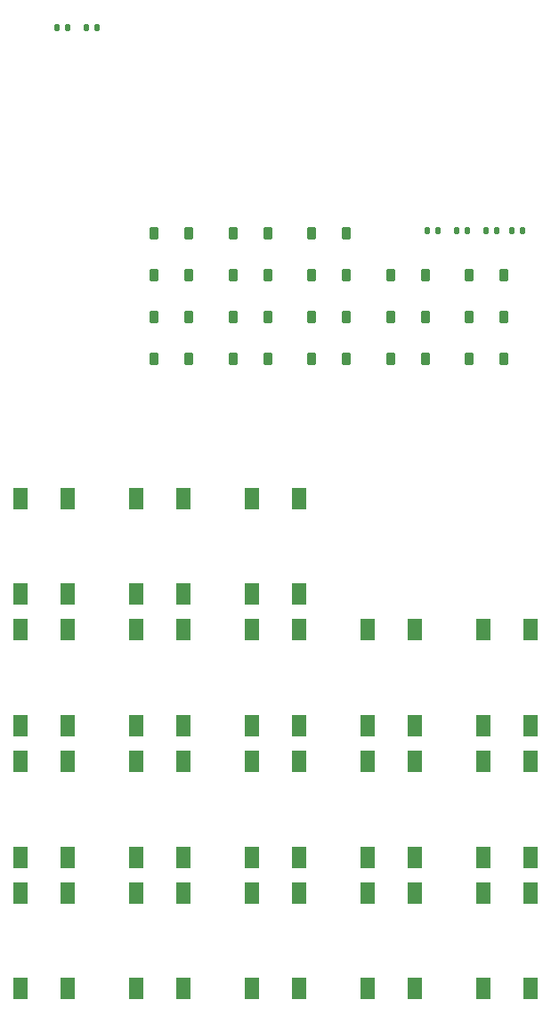
<source format=gtp>
G04 #@! TF.GenerationSoftware,KiCad,Pcbnew,9.0.0*
G04 #@! TF.CreationDate,2025-07-26T10:23:47-04:00*
G04 #@! TF.ProjectId,POVideo V2,504f5669-6465-46f2-9056-322e6b696361,rev?*
G04 #@! TF.SameCoordinates,Original*
G04 #@! TF.FileFunction,Paste,Top*
G04 #@! TF.FilePolarity,Positive*
%FSLAX46Y46*%
G04 Gerber Fmt 4.6, Leading zero omitted, Abs format (unit mm)*
G04 Created by KiCad (PCBNEW 9.0.0) date 2025-07-26 10:23:47*
%MOMM*%
%LPD*%
G01*
G04 APERTURE LIST*
G04 Aperture macros list*
%AMRoundRect*
0 Rectangle with rounded corners*
0 $1 Rounding radius*
0 $2 $3 $4 $5 $6 $7 $8 $9 X,Y pos of 4 corners*
0 Add a 4 corners polygon primitive as box body*
4,1,4,$2,$3,$4,$5,$6,$7,$8,$9,$2,$3,0*
0 Add four circle primitives for the rounded corners*
1,1,$1+$1,$2,$3*
1,1,$1+$1,$4,$5*
1,1,$1+$1,$6,$7*
1,1,$1+$1,$8,$9*
0 Add four rect primitives between the rounded corners*
20,1,$1+$1,$2,$3,$4,$5,0*
20,1,$1+$1,$4,$5,$6,$7,0*
20,1,$1+$1,$6,$7,$8,$9,0*
20,1,$1+$1,$8,$9,$2,$3,0*%
G04 Aperture macros list end*
%ADD10RoundRect,0.135000X-0.135000X-0.185000X0.135000X-0.185000X0.135000X0.185000X-0.135000X0.185000X0*%
%ADD11RoundRect,0.210000X0.490000X-0.840000X0.490000X0.840000X-0.490000X0.840000X-0.490000X-0.840000X0*%
%ADD12RoundRect,0.140000X-0.140000X-0.170000X0.140000X-0.170000X0.140000X0.170000X-0.140000X0.170000X0*%
%ADD13RoundRect,0.225000X-0.225000X-0.375000X0.225000X-0.375000X0.225000X0.375000X-0.225000X0.375000X0*%
%ADD14RoundRect,0.135000X0.135000X0.185000X-0.135000X0.185000X-0.135000X-0.185000X0.135000X-0.185000X0*%
G04 APERTURE END LIST*
D10*
X196020000Y-82250000D03*
X195000000Y-82250000D03*
D11*
X183750000Y-120250000D03*
X183750000Y-129350000D03*
X188250000Y-120250000D03*
X188250000Y-129350000D03*
D10*
X189480000Y-82250000D03*
X190500000Y-82250000D03*
D12*
X197500000Y-82250000D03*
X198460000Y-82250000D03*
X192250000Y-82250000D03*
X193210000Y-82250000D03*
D13*
X178450000Y-90500000D03*
X181750000Y-90500000D03*
X193450000Y-86500000D03*
X196750000Y-86500000D03*
D11*
X177250000Y-116850000D03*
X177250000Y-107750000D03*
X172750000Y-116850000D03*
X172750000Y-107750000D03*
D13*
X170950000Y-94500000D03*
X174250000Y-94500000D03*
X170950000Y-82500000D03*
X174250000Y-82500000D03*
D11*
X177250000Y-129350000D03*
X177250000Y-120250000D03*
X172750000Y-129350000D03*
X172750000Y-120250000D03*
D13*
X193450000Y-90500000D03*
X196750000Y-90500000D03*
D11*
X166250000Y-116850000D03*
X166250000Y-107750000D03*
X161750000Y-116850000D03*
X161750000Y-107750000D03*
X188250000Y-141850000D03*
X188250000Y-132750000D03*
X183750000Y-141850000D03*
X183750000Y-132750000D03*
X155250000Y-129350000D03*
X155250000Y-120250000D03*
X150750000Y-129350000D03*
X150750000Y-120250000D03*
X177250000Y-154350000D03*
X177250000Y-145250000D03*
X172750000Y-154350000D03*
X172750000Y-145250000D03*
D13*
X185950000Y-94500000D03*
X189250000Y-94500000D03*
X170950000Y-86500000D03*
X174250000Y-86500000D03*
D11*
X155250000Y-154350000D03*
X155250000Y-145250000D03*
X150750000Y-154350000D03*
X150750000Y-145250000D03*
D14*
X155270000Y-63000000D03*
X154250000Y-63000000D03*
D11*
X166250000Y-129350000D03*
X166250000Y-120250000D03*
X161750000Y-129350000D03*
X161750000Y-120250000D03*
X155250000Y-116850000D03*
X155250000Y-107750000D03*
X150750000Y-116850000D03*
X150750000Y-107750000D03*
X155250000Y-141850000D03*
X155250000Y-132750000D03*
X150750000Y-141850000D03*
X150750000Y-132750000D03*
X199250000Y-141850000D03*
X199250000Y-132750000D03*
X194750000Y-141850000D03*
X194750000Y-132750000D03*
D13*
X163450000Y-94500000D03*
X166750000Y-94500000D03*
D11*
X188250000Y-154350000D03*
X188250000Y-145250000D03*
X183750000Y-154350000D03*
X183750000Y-145250000D03*
D13*
X178450000Y-82500000D03*
X181750000Y-82500000D03*
X185950000Y-86500000D03*
X189250000Y-86500000D03*
D11*
X177250000Y-141850000D03*
X177250000Y-132750000D03*
X172750000Y-141850000D03*
X172750000Y-132750000D03*
D13*
X185950000Y-90500000D03*
X189250000Y-90500000D03*
X170950000Y-90500000D03*
X174250000Y-90500000D03*
X178450000Y-94500000D03*
X181750000Y-94500000D03*
X163450000Y-86500000D03*
X166750000Y-86500000D03*
D14*
X158020000Y-63000000D03*
X157000000Y-63000000D03*
D13*
X163450000Y-82500000D03*
X166750000Y-82500000D03*
X193450000Y-94500000D03*
X196750000Y-94500000D03*
D11*
X166250000Y-141850000D03*
X166250000Y-132750000D03*
X161750000Y-141850000D03*
X161750000Y-132750000D03*
X199250000Y-129350000D03*
X199250000Y-120250000D03*
X194750000Y-129350000D03*
X194750000Y-120250000D03*
D13*
X163450000Y-90500000D03*
X166750000Y-90500000D03*
D11*
X166250000Y-154350000D03*
X166250000Y-145250000D03*
X161750000Y-154350000D03*
X161750000Y-145250000D03*
D13*
X178450000Y-86500000D03*
X181750000Y-86500000D03*
D11*
X199250000Y-154350000D03*
X199250000Y-145250000D03*
X194750000Y-154350000D03*
X194750000Y-145250000D03*
M02*

</source>
